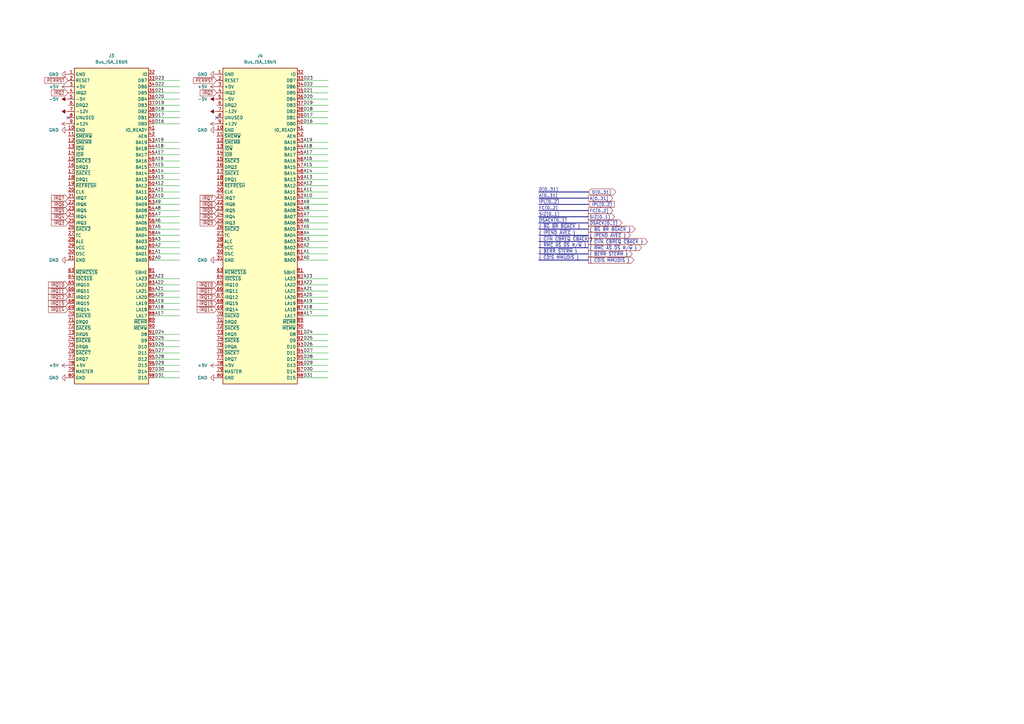
<source format=kicad_sch>
(kicad_sch (version 20230121) (generator eeschema)
  (paper "A3")
  (lib_symbols
    (symbol "Connector:Bus_ISA_16bit"
      (property "Reference" "J" (at 0 67.945 0))
      (property "Value" "Bus_ISA_16bit" (at 0 -65.405 0))
      (symbol "Bus_ISA_16bit_0_1"
        (rectangle (start -15.24 -63.5) (end 15.24 66.04) (stroke (width 0.254)) (fill (type background)))
      )
      (symbol "Bus_ISA_16bit_1_1"
        (pin power_in line (at -17.78 63.5 0) (length 2.54) (name "GND") (number "1"))
        (pin power_in line (at -17.78 40.64 0) (length 2.54) (name "GND") (number "10"))
        (pin output line (at -17.78 38.1 0) (length 2.54) (name "~{SMEMW}") (number "11"))
        (pin output line (at -17.78 35.56 0) (length 2.54) (name "~{SMEMR}") (number "12"))
        (pin output line (at -17.78 33.02 0) (length 2.54) (name "~{IOW}") (number "13"))
        (pin output line (at -17.78 30.48 0) (length 2.54) (name "~{IOR}") (number "14"))
        (pin passive line (at -17.78 27.94 0) (length 2.54) (name "~{DACK3}") (number "15"))
        (pin passive line (at -17.78 25.4 0) (length 2.54) (name "DRQ3") (number "16"))
        (pin passive line (at -17.78 22.86 0) (length 2.54) (name "~{DACK1}") (number "17"))
        (pin passive line (at -17.78 20.32 0) (length 2.54) (name "DRQ1") (number "18"))
        (pin passive line (at -17.78 17.78 0) (length 2.54) (name "~{REFRESH}") (number "19"))
        (pin output line (at -17.78 60.96 0) (length 2.54) (name "RESET") (number "2"))
        (pin output line (at -17.78 15.24 0) (length 2.54) (name "CLK") (number "20"))
        (pin passive line (at -17.78 12.7 0) (length 2.54) (name "IRQ7") (number "21"))
        (pin passive line (at -17.78 10.16 0) (length 2.54) (name "IRQ6") (number "22"))
        (pin passive line (at -17.78 7.62 0) (length 2.54) (name "IRQ5") (number "23"))
        (pin passive line (at -17.78 5.08 0) (length 2.54) (name "IRQ4") (number "24"))
        (pin passive line (at -17.78 2.54 0) (length 2.54) (name "IRQ3") (number "25"))
        (pin passive line (at -17.78 0 0) (length 2.54) (name "~{DACK2}") (number "26"))
        (pin passive line (at -17.78 -2.54 0) (length 2.54) (name "TC") (number "27"))
        (pin output line (at -17.78 -5.08 0) (length 2.54) (name "ALE") (number "28"))
        (pin power_in line (at -17.78 -7.62 0) (length 2.54) (name "VCC") (number "29"))
        (pin power_in line (at -17.78 58.42 0) (length 2.54) (name "+5V") (number "3"))
        (pin output line (at -17.78 -10.16 0) (length 2.54) (name "OSC") (number "30"))
        (pin power_in line (at -17.78 -12.7 0) (length 2.54) (name "GND") (number "31"))
        (pin passive line (at 17.78 63.5 180) (length 2.54) (name "IO") (number "32"))
        (pin tri_state line (at 17.78 60.96 180) (length 2.54) (name "DB7") (number "33"))
        (pin tri_state line (at 17.78 58.42 180) (length 2.54) (name "DB6") (number "34"))
        (pin tri_state line (at 17.78 55.88 180) (length 2.54) (name "DB5") (number "35"))
        (pin tri_state line (at 17.78 53.34 180) (length 2.54) (name "DB4") (number "36"))
        (pin tri_state line (at 17.78 50.8 180) (length 2.54) (name "DB3") (number "37"))
        (pin tri_state line (at 17.78 48.26 180) (length 2.54) (name "DB2") (number "38"))
        (pin tri_state line (at 17.78 45.72 180) (length 2.54) (name "DB1") (number "39"))
        (pin passive line (at -17.78 55.88 0) (length 2.54) (name "IRQ2") (number "4"))
        (pin tri_state line (at 17.78 43.18 180) (length 2.54) (name "DB0") (number "40"))
        (pin passive line (at 17.78 40.64 180) (length 2.54) (name "IO_READY") (number "41"))
        (pin output line (at 17.78 38.1 180) (length 2.54) (name "AEN") (number "42"))
        (pin tri_state line (at 17.78 35.56 180) (length 2.54) (name "BA19") (number "43"))
        (pin tri_state line (at 17.78 33.02 180) (length 2.54) (name "BA18") (number "44"))
        (pin tri_state line (at 17.78 30.48 180) (length 2.54) (name "BA17") (number "45"))
        (pin tri_state line (at 17.78 27.94 180) (length 2.54) (name "BA16") (number "46"))
        (pin tri_state line (at 17.78 25.4 180) (length 2.54) (name "BA15") (number "47"))
        (pin tri_state line (at 17.78 22.86 180) (length 2.54) (name "BA14") (number "48"))
        (pin tri_state line (at 17.78 20.32 180) (length 2.54) (name "BA13") (number "49"))
        (pin power_in line (at -17.78 53.34 0) (length 2.54) (name "-5V") (number "5"))
        (pin tri_state line (at 17.78 17.78 180) (length 2.54) (name "BA12") (number "50"))
        (pin tri_state line (at 17.78 15.24 180) (length 2.54) (name "BA11") (number "51"))
        (pin tri_state line (at 17.78 12.7 180) (length 2.54) (name "BA10") (number "52"))
        (pin tri_state line (at 17.78 10.16 180) (length 2.54) (name "BA09") (number "53"))
        (pin tri_state line (at 17.78 7.62 180) (length 2.54) (name "BA08") (number "54"))
        (pin tri_state line (at 17.78 5.08 180) (length 2.54) (name "BA07") (number "55"))
        (pin tri_state line (at 17.78 2.54 180) (length 2.54) (name "BA06") (number "56"))
        (pin tri_state line (at 17.78 0 180) (length 2.54) (name "BA05") (number "57"))
        (pin tri_state line (at 17.78 -2.54 180) (length 2.54) (name "BA04") (number "58"))
        (pin tri_state line (at 17.78 -5.08 180) (length 2.54) (name "BA03") (number "59"))
        (pin passive line (at -17.78 50.8 0) (length 2.54) (name "DRQ2") (number "6"))
        (pin tri_state line (at 17.78 -7.62 180) (length 2.54) (name "BA02") (number "60"))
        (pin tri_state line (at 17.78 -10.16 180) (length 2.54) (name "BA01") (number "61"))
        (pin tri_state line (at 17.78 -12.7 180) (length 2.54) (name "BA00") (number "62"))
        (pin passive line (at -17.78 -17.78 0) (length 2.54) (name "~{MEMCS16}") (number "63"))
        (pin passive line (at -17.78 -20.32 0) (length 2.54) (name "~{IOCS16}") (number "64"))
        (pin passive line (at -17.78 -22.86 0) (length 2.54) (name "IRQ10") (number "65"))
        (pin passive line (at -17.78 -25.4 0) (length 2.54) (name "IRQ11") (number "66"))
        (pin passive line (at -17.78 -27.94 0) (length 2.54) (name "IRQ12") (number "67"))
        (pin passive line (at -17.78 -30.48 0) (length 2.54) (name "IRQ15") (number "68"))
        (pin passive line (at -17.78 -33.02 0) (length 2.54) (name "IRQ14") (number "69"))
        (pin power_in line (at -17.78 48.26 0) (length 2.54) (name "-12V") (number "7"))
        (pin output line (at -17.78 -35.56 0) (length 2.54) (name "~{DACK0}") (number "70"))
        (pin passive line (at -17.78 -38.1 0) (length 2.54) (name "DRQ0") (number "71"))
        (pin output line (at -17.78 -40.64 0) (length 2.54) (name "~{DACK5}") (number "72"))
        (pin passive line (at -17.78 -43.18 0) (length 2.54) (name "DRQ5") (number "73"))
        (pin output line (at -17.78 -45.72 0) (length 2.54) (name "~{DACK6}") (number "74"))
        (pin passive line (at -17.78 -48.26 0) (length 2.54) (name "DRQ6") (number "75"))
        (pin output line (at -17.78 -50.8 0) (length 2.54) (name "~{DACK7}") (number "76"))
        (pin passive line (at -17.78 -53.34 0) (length 2.54) (name "DRQ7") (number "77"))
        (pin power_in line (at -17.78 -55.88 0) (length 2.54) (name "+5V") (number "78"))
        (pin passive line (at -17.78 -58.42 0) (length 2.54) (name "MASTER") (number "79"))
        (pin passive line (at -17.78 45.72 0) (length 2.54) (name "UNUSED") (number "8"))
        (pin power_in line (at -17.78 -60.96 0) (length 2.54) (name "GND") (number "80"))
        (pin passive line (at 17.78 -17.78 180) (length 2.54) (name "SBHE") (number "81"))
        (pin passive line (at 17.78 -20.32 180) (length 2.54) (name "LA23") (number "82"))
        (pin passive line (at 17.78 -22.86 180) (length 2.54) (name "LA22") (number "83"))
        (pin passive line (at 17.78 -25.4 180) (length 2.54) (name "LA21") (number "84"))
        (pin passive line (at 17.78 -27.94 180) (length 2.54) (name "LA20") (number "85"))
        (pin passive line (at 17.78 -30.48 180) (length 2.54) (name "LA19") (number "86"))
        (pin passive line (at 17.78 -33.02 180) (length 2.54) (name "LA18") (number "87"))
        (pin passive line (at 17.78 -35.56 180) (length 2.54) (name "LA17") (number "88"))
        (pin output line (at 17.78 -38.1 180) (length 2.54) (name "~{MEMR}") (number "89"))
        (pin power_in line (at -17.78 43.18 0) (length 2.54) (name "+12V") (number "9"))
        (pin output line (at 17.78 -40.64 180) (length 2.54) (name "~{MEMW}") (number "90"))
        (pin tri_state line (at 17.78 -43.18 180) (length 2.54) (name "D8") (number "91"))
        (pin tri_state line (at 17.78 -45.72 180) (length 2.54) (name "D9") (number "92"))
        (pin tri_state line (at 17.78 -48.26 180) (length 2.54) (name "D10") (number "93"))
        (pin tri_state line (at 17.78 -50.8 180) (length 2.54) (name "D11") (number "94"))
        (pin tri_state line (at 17.78 -53.34 180) (length 2.54) (name "D12") (number "95"))
        (pin tri_state line (at 17.78 -55.88 180) (length 2.54) (name "D13") (number "96"))
        (pin tri_state line (at 17.78 -58.42 180) (length 2.54) (name "D14") (number "97"))
        (pin tri_state line (at 17.78 -60.96 180) (length 2.54) (name "D15") (number "98"))
      )
    )
    (symbol "power:+12V" (power) (pin_names (offset 0))
      (property "Value" "+12V" (at 0 3.556 0))
      (symbol "+12V_0_1"
        (polyline (pts (xy -0.762 1.27) (xy 0 2.54)))
        (polyline (pts (xy 0 0) (xy 0 2.54)))
        (polyline (pts (xy 0 2.54) (xy 0.762 1.27)))
      )
      (symbol "+12V_1_1"
        (pin power_in line (at 0 0 90) (length 0) hide (name "+12V") (number "1"))
      )
    )
    (symbol "power:+5V" (power) (pin_names (offset 0))
      (property "Value" "+5V" (at 0 3.556 0))
      (symbol "+5V_0_1"
        (polyline (pts (xy -0.762 1.27) (xy 0 2.54)))
        (polyline (pts (xy 0 0) (xy 0 2.54)))
        (polyline (pts (xy 0 2.54) (xy 0.762 1.27)))
      )
      (symbol "+5V_1_1"
        (pin power_in line (at 0 0 90) (length 0) hide (name "+5V") (number "1"))
      )
    )
    (symbol "power:-12V" (power) (pin_names (offset 0))
      (property "Value" "-12V" (at 0 3.81 0))
      (symbol "-12V_0_0"
        (pin power_in line (at 0 0 90) (length 0) hide (name "-12V") (number "1"))
      )
      (symbol "-12V_0_1"
        (polyline (pts (xy 0 0) (xy 0 1.27) (xy 0.762 1.27) (xy 0 2.54) (xy -0.762 1.27) (xy 0 1.27)) (fill (type outline)))
      )
    )
    (symbol "power:-5V" (power) (pin_names (offset 0))
      (property "Value" "-5V" (at 0 3.81 0))
      (symbol "-5V_0_0"
        (pin power_in line (at 0 0 90) (length 0) hide (name "-5V") (number "1"))
      )
      (symbol "-5V_0_1"
        (polyline (pts (xy 0 0) (xy 0 1.27) (xy 0.762 1.27) (xy 0 2.54) (xy -0.762 1.27) (xy 0 1.27)) (fill (type outline)))
      )
    )
    (symbol "power:GND" (power) (pin_names (offset 0))
      (property "Value" "GND" (at 0 -3.81 0))
      (symbol "GND_0_1"
        (polyline (pts (xy 0 0) (xy 0 -1.27) (xy 1.27 -1.27) (xy 0 -2.54) (xy -1.27 -1.27) (xy 0 -1.27)))
      )
      (symbol "GND_1_1"
        (pin power_in line (at 0 0 270) (length 0) hide (name "GND") (number "1"))
      )
    )
  )
  (no_connect (at 27.94 48.26))
  (no_connect (at 88.9 48.26))
  (bus (pts (xy 220.98 101.6) (xy 241.3 101.6)))
  (wire (pts (xy 73.66 104.14) (xy 63.5 104.14)))
  (wire (pts (xy 134.62 86.36) (xy 124.46 86.36)))
  (wire (pts (xy 73.66 58.42) (xy 63.5 58.42)))
  (wire (pts (xy 134.62 35.56) (xy 124.46 35.56)))
  (wire (pts (xy 134.62 50.8) (xy 124.46 50.8)))
  (wire (pts (xy 134.62 99.06) (xy 124.46 99.06)))
  (wire (pts (xy 134.62 121.92) (xy 124.46 121.92)))
  (wire (pts (xy 134.62 114.3) (xy 124.46 114.3)))
  (wire (pts (xy 73.66 116.84) (xy 63.5 116.84)))
  (wire (pts (xy 134.62 58.42) (xy 124.46 58.42)))
  (wire (pts (xy 73.66 83.82) (xy 63.5 83.82)))
  (wire (pts (xy 134.62 88.9) (xy 124.46 88.9)))
  (wire (pts (xy 73.66 124.46) (xy 63.5 124.46)))
  (wire (pts (xy 134.62 68.58) (xy 124.46 68.58)))
  (wire (pts (xy 73.66 66.04) (xy 63.5 66.04)))
  (bus (pts (xy 220.98 86.36) (xy 241.3 86.36)))
  (wire (pts (xy 134.62 48.26) (xy 124.46 48.26)))
  (wire (pts (xy 134.62 147.32) (xy 124.46 147.32)))
  (bus (pts (xy 220.98 78.74) (xy 241.3 78.74)))
  (wire (pts (xy 73.66 60.96) (xy 63.5 60.96)))
  (wire (pts (xy 134.62 152.4) (xy 124.46 152.4)))
  (wire (pts (xy 73.66 106.68) (xy 63.5 106.68)))
  (wire (pts (xy 134.62 129.54) (xy 124.46 129.54)))
  (wire (pts (xy 73.66 48.26) (xy 63.5 48.26)))
  (wire (pts (xy 73.66 81.28) (xy 63.5 81.28)))
  (wire (pts (xy 73.66 142.24) (xy 63.5 142.24)))
  (wire (pts (xy 73.66 96.52) (xy 63.5 96.52)))
  (wire (pts (xy 73.66 101.6) (xy 63.5 101.6)))
  (wire (pts (xy 73.66 119.38) (xy 63.5 119.38)))
  (bus (pts (xy 220.98 93.98) (xy 241.3 93.98)))
  (wire (pts (xy 73.66 154.94) (xy 63.5 154.94)))
  (wire (pts (xy 73.66 114.3) (xy 63.5 114.3)))
  (wire (pts (xy 73.66 45.72) (xy 63.5 45.72)))
  (bus (pts (xy 220.98 81.28) (xy 241.3 81.28)))
  (wire (pts (xy 73.66 43.18) (xy 63.5 43.18)))
  (wire (pts (xy 134.62 93.98) (xy 124.46 93.98)))
  (bus (pts (xy 220.98 99.06) (xy 241.3 99.06)))
  (wire (pts (xy 73.66 121.92) (xy 63.5 121.92)))
  (wire (pts (xy 134.62 119.38) (xy 124.46 119.38)))
  (wire (pts (xy 134.62 43.18) (xy 124.46 43.18)))
  (wire (pts (xy 73.66 139.7) (xy 63.5 139.7)))
  (wire (pts (xy 134.62 116.84) (xy 124.46 116.84)))
  (wire (pts (xy 134.62 144.78) (xy 124.46 144.78)))
  (wire (pts (xy 73.66 38.1) (xy 63.5 38.1)))
  (wire (pts (xy 73.66 137.16) (xy 63.5 137.16)))
  (wire (pts (xy 134.62 104.14) (xy 124.46 104.14)))
  (wire (pts (xy 134.62 66.04) (xy 124.46 66.04)))
  (wire (pts (xy 73.66 86.36) (xy 63.5 86.36)))
  (wire (pts (xy 134.62 149.86) (xy 124.46 149.86)))
  (wire (pts (xy 73.66 152.4) (xy 63.5 152.4)))
  (wire (pts (xy 73.66 63.5) (xy 63.5 63.5)))
  (wire (pts (xy 134.62 76.2) (xy 124.46 76.2)))
  (wire (pts (xy 73.66 78.74) (xy 63.5 78.74)))
  (wire (pts (xy 73.66 99.06) (xy 63.5 99.06)))
  (wire (pts (xy 134.62 40.64) (xy 124.46 40.64)))
  (bus (pts (xy 220.98 96.52) (xy 241.3 96.52)))
  (bus (pts (xy 220.98 104.14) (xy 241.3 104.14)))
  (wire (pts (xy 73.66 127) (xy 63.5 127)))
  (wire (pts (xy 134.62 83.82) (xy 124.46 83.82)))
  (wire (pts (xy 134.62 81.28) (xy 124.46 81.28)))
  (wire (pts (xy 134.62 154.94) (xy 124.46 154.94)))
  (wire (pts (xy 73.66 76.2) (xy 63.5 76.2)))
  (wire (pts (xy 134.62 142.24) (xy 124.46 142.24)))
  (bus (pts (xy 220.98 106.68) (xy 241.3 106.68)))
  (wire (pts (xy 134.62 124.46) (xy 124.46 124.46)))
  (wire (pts (xy 134.62 106.68) (xy 124.46 106.68)))
  (wire (pts (xy 134.62 96.52) (xy 124.46 96.52)))
  (bus (pts (xy 220.98 91.44) (xy 241.3 91.44)))
  (wire (pts (xy 73.66 144.78) (xy 63.5 144.78)))
  (wire (pts (xy 134.62 45.72) (xy 124.46 45.72)))
  (wire (pts (xy 134.62 60.96) (xy 124.46 60.96)))
  (wire (pts (xy 73.66 88.9) (xy 63.5 88.9)))
  (wire (pts (xy 134.62 38.1) (xy 124.46 38.1)))
  (wire (pts (xy 73.66 35.56) (xy 63.5 35.56)))
  (wire (pts (xy 73.66 33.02) (xy 63.5 33.02)))
  (wire (pts (xy 73.66 71.12) (xy 63.5 71.12)))
  (bus (pts (xy 220.98 83.82) (xy 241.3 83.82)))
  (wire (pts (xy 134.62 101.6) (xy 124.46 101.6)))
  (wire (pts (xy 73.66 68.58) (xy 63.5 68.58)))
  (wire (pts (xy 134.62 73.66) (xy 124.46 73.66)))
  (wire (pts (xy 134.62 63.5) (xy 124.46 63.5)))
  (wire (pts (xy 134.62 33.02) (xy 124.46 33.02)))
  (wire (pts (xy 73.66 93.98) (xy 63.5 93.98)))
  (wire (pts (xy 134.62 137.16) (xy 124.46 137.16)))
  (wire (pts (xy 134.62 127) (xy 124.46 127)))
  (wire (pts (xy 134.62 71.12) (xy 124.46 71.12)))
  (bus (pts (xy 220.98 88.9) (xy 241.3 88.9)))
  (wire (pts (xy 73.66 147.32) (xy 63.5 147.32)))
  (wire (pts (xy 73.66 73.66) (xy 63.5 73.66)))
  (wire (pts (xy 134.62 91.44) (xy 124.46 91.44)))
  (wire (pts (xy 73.66 91.44) (xy 63.5 91.44)))
  (wire (pts (xy 73.66 40.64) (xy 63.5 40.64)))
  (wire (pts (xy 134.62 78.74) (xy 124.46 78.74)))
  (wire (pts (xy 73.66 129.54) (xy 63.5 129.54)))
  (wire (pts (xy 73.66 149.86) (xy 63.5 149.86)))
  (wire (pts (xy 73.66 50.8) (xy 63.5 50.8)))
  (wire (pts (xy 134.62 139.7) (xy 124.46 139.7)))
  (label "A23" (at 63.5 114.3 0))
  (label "A0" (at 124.46 106.68 0))
  (label "D20" (at 63.5 40.64 0))
  (label "A3" (at 124.46 99.06 0))
  (label "D27" (at 124.46 144.78 0))
  (label "A7" (at 63.5 88.9 0))
  (label "A2" (at 124.46 101.6 0))
  (label "D18" (at 124.46 45.72 0))
  (label "A3" (at 63.5 99.06 0))
  (label "A5" (at 124.46 93.98 0))
  (label "D23" (at 124.46 33.02 0))
  (label "{ ~{CIIN} ~{CBREQ} ~{CBACK} }" (at 220.98 99.06 0))
  (label "A16" (at 124.46 66.04 0))
  (label "A18" (at 63.5 127 0))
  (label "D28" (at 124.46 147.32 0))
  (label "D21" (at 63.5 38.1 0))
  (label "D19" (at 63.5 43.18 0))
  (label "A4" (at 63.5 96.52 0))
  (label "D21" (at 124.46 38.1 0))
  (label "A[0..31]" (at 220.98 81.28 0))
  (label "D23" (at 63.5 33.02 0))
  (label "A17" (at 63.5 63.5 0))
  (label "SIZ[0..1]" (at 220.98 88.9 0))
  (label "{ ~{BERR} ~{STERM} }" (at 220.98 104.14 0))
  (label "D16" (at 124.46 50.8 0))
  (label "D28" (at 63.5 147.32 0))
  (label "D16" (at 63.5 50.8 0))
  (label "{ ~{BG} ~{BR} ~{BGACK} }" (at 220.98 93.98 0))
  (label "A9" (at 124.46 83.82 0))
  (label "A15" (at 124.46 68.58 0))
  (label "A12" (at 124.46 76.2 0))
  (label "D[0..31]" (at 220.98 78.74 0))
  (label "D20" (at 124.46 40.64 0))
  (label "A17" (at 63.5 129.54 0))
  (label "A19" (at 63.5 58.42 0))
  (label "A20" (at 124.46 121.92 0))
  (label "A15" (at 63.5 68.58 0))
  (label "{ ~{RMC} ~{AS} ~{DS} R{slash}~{W} }" (at 220.98 101.6 0))
  (label "{ ~{IPEND} ~{AVEC} }" (at 220.98 96.52 0))
  (label "A19" (at 63.5 124.46 0))
  (label "A6" (at 124.46 91.44 0))
  (label "A4" (at 124.46 96.52 0))
  (label "A13" (at 63.5 73.66 0))
  (label "A11" (at 63.5 78.74 0))
  (label "D24" (at 124.46 137.16 0))
  (label "A19" (at 124.46 58.42 0))
  (label "A6" (at 63.5 91.44 0))
  (label "~{DSACK[0..1]}" (at 220.98 91.44 0))
  (label "D17" (at 124.46 48.26 0))
  (label "D17" (at 63.5 48.26 0))
  (label "A13" (at 124.46 73.66 0))
  (label "A7" (at 124.46 88.9 0))
  (label "A2" (at 63.5 101.6 0))
  (label "D22" (at 63.5 35.56 0))
  (label "D25" (at 124.46 139.7 0))
  (label "A8" (at 63.5 86.36 0))
  (label "A8" (at 124.46 86.36 0))
  (label "D24" (at 63.5 137.16 0))
  (label "A20" (at 63.5 121.92 0))
  (label "A22" (at 124.46 116.84 0))
  (label "A1" (at 124.46 104.14 0))
  (label "A16" (at 63.5 66.04 0))
  (label "D27" (at 63.5 144.78 0))
  (label "D30" (at 124.46 152.4 0))
  (label "A18" (at 124.46 127 0))
  (label "A14" (at 63.5 71.12 0))
  (label "A1" (at 63.5 104.14 0))
  (label "A11" (at 124.46 78.74 0))
  (label "A0" (at 63.5 106.68 0))
  (label "A21" (at 124.46 119.38 0))
  (label "A23" (at 124.46 114.3 0))
  (label "D26" (at 63.5 142.24 0))
  (label "A5" (at 63.5 93.98 0))
  (label "D18" (at 63.5 45.72 0))
  (label "A19" (at 124.46 124.46 0))
  (label "A14" (at 124.46 71.12 0))
  (label "D26" (at 124.46 142.24 0))
  (label "D19" (at 124.46 43.18 0))
  (label "D31" (at 124.46 154.94 0))
  (label "D25" (at 63.5 139.7 0))
  (label "A9" (at 63.5 83.82 0))
  (label "A22" (at 63.5 116.84 0))
  (label "A21" (at 63.5 119.38 0))
  (label "A17" (at 124.46 63.5 0))
  (label "A18" (at 124.46 60.96 0))
  (label "D29" (at 124.46 149.86 0))
  (label "D31" (at 63.5 154.94 0))
  (label "D30" (at 63.5 152.4 0))
  (label "A10" (at 63.5 81.28 0))
  (label "A12" (at 63.5 76.2 0))
  (label "D22" (at 124.46 35.56 0))
  (label "~{IPL[0..2]}" (at 220.98 83.82 0))
  (label "A17" (at 124.46 129.54 0))
  (label "D29" (at 63.5 149.86 0))
  (label "{ ~{CDIS} ~{MMUDIS} }" (at 220.98 106.68 0))
  (label "A10" (at 124.46 81.28 0))
  (label "FC[0..2]" (at 220.98 86.36 0))
  (label "A18" (at 63.5 60.96 0))
  (global_label "~{IRQ10}" (shape input) (at 88.9 116.84 180) (property "Intersheetrefs" "${INTERSHEET_REFS}" (effects hide)))
  (global_label "~{IRQ7}" (shape input) (at 88.9 81.28 180) (property "Intersheetrefs" "${INTERSHEET_REFS}" (effects hide)))
  (global_label "~{DSACK[0..1]}" (shape output) (at 241.3 91.44 0) (property "Intersheetrefs" "${INTERSHEET_REFS}" (effects hide)))
  (global_label "~{IRQ4}" (shape input) (at 88.9 88.9 180) (property "Intersheetrefs" "${INTERSHEET_REFS}" (effects hide)))
  (global_label "~{IRQ6}" (shape input) (at 27.94 83.82 180) (property "Intersheetrefs" "${INTERSHEET_REFS}" (effects hide)))
  (global_label "~{IPL[0..2]}" (shape input) (at 241.3 83.82 0) (property "Intersheetrefs" "${INTERSHEET_REFS}" (effects hide)))
  (global_label "~{IRQ11}" (shape input) (at 27.94 119.38 180) (property "Intersheetrefs" "${INTERSHEET_REFS}" (effects hide)))
  (global_label "SIZ[0..1]" (shape output) (at 241.3 88.9 0) (property "Intersheetrefs" "${INTERSHEET_REFS}" (effects hide)))
  (global_label "~{IRQ4}" (shape input) (at 27.94 88.9 180) (property "Intersheetrefs" "${INTERSHEET_REFS}" (effects hide)))
  (global_label "~{IRQ2}" (shape input) (at 88.9 38.1 180) (property "Intersheetrefs" "${INTERSHEET_REFS}" (effects hide)))
  (global_label "A[0..31]" (shape output) (at 241.3 81.28 0) (property "Intersheetrefs" "${INTERSHEET_REFS}" (effects hide)))
  (global_label "~{IRQ5}" (shape input) (at 88.9 86.36 180) (property "Intersheetrefs" "${INTERSHEET_REFS}" (effects hide)))
  (global_label "~{IRQ3}" (shape input) (at 88.9 91.44 180) (property "Intersheetrefs" "${INTERSHEET_REFS}" (effects hide)))
  (global_label "~{IRQ14}" (shape input) (at 88.9 127 180) (property "Intersheetrefs" "${INTERSHEET_REFS}" (effects hide)))
  (global_label "FC[0..2]" (shape output) (at 241.3 86.36 0) (property "Intersheetrefs" "${INTERSHEET_REFS}" (effects hide)))
  (global_label "{ ~{IPEND} ~{AVEC} }" (shape output) (at 241.3 96.52 0) (property "Intersheetrefs" "${INTERSHEET_REFS}" (effects hide)))
  (global_label "~{IRQ6}" (shape input) (at 88.9 83.82 180) (property "Intersheetrefs" "${INTERSHEET_REFS}" (effects hide)))
  (global_label "~{IRQ7}" (shape input) (at 27.94 81.28 180) (property "Intersheetrefs" "${INTERSHEET_REFS}" (effects hide)))
  (global_label "{ ~{RMC} ~{AS} ~{DS} R{slash}~{W} }" (shape output) (at 241.3 101.6 0) (property "Intersheetrefs" "${INTERSHEET_REFS}" (effects hide)))
  (global_label "{ ~{CDIS} ~{MMUDIS} }" (shape output) (at 241.3 106.68 0) (property "Intersheetrefs" "${INTERSHEET_REFS}" (effects hide)))
  (global_label "~{IRQ14}" (shape input) (at 27.94 127 180) (property "Intersheetrefs" "${INTERSHEET_REFS}" (effects hide)))
  (global_label "~{IRQ3}" (shape input) (at 27.94 91.44 180) (property "Intersheetrefs" "${INTERSHEET_REFS}" (effects hide)))
  (global_label "~{IRQ15}" (shape input) (at 88.9 124.46 180) (property "Intersheetrefs" "${INTERSHEET_REFS}" (effects hide)))
  (global_label "D[0..31]" (shape bidirectional) (at 241.3 78.74 0) (property "Intersheetrefs" "${INTERSHEET_REFS}" (effects hide)))
  (global_label "~{IRQ12}" (shape input) (at 88.9 121.92 180) (property "Intersheetrefs" "${INTERSHEET_REFS}" (effects hide)))
  (global_label "~{IRQ5}" (shape input) (at 27.94 86.36 180) (property "Intersheetrefs" "${INTERSHEET_REFS}" (effects hide)))
  (global_label "~{IRQ12}" (shape input) (at 27.94 121.92 180) (property "Intersheetrefs" "${INTERSHEET_REFS}" (effects hide)))
  (global_label "~{PERRST}" (shape input) (at 88.9 33.02 180) (property "Intersheetrefs" "${INTERSHEET_REFS}" (effects hide)))
  (global_label "~{IRQ15}" (shape input) (at 27.94 124.46 180) (property "Intersheetrefs" "${INTERSHEET_REFS}" (effects hide)))
  (global_label "{ ~{BG} ~{BR} ~{BGACK} }" (shape output) (at 241.3 93.98 0) (property "Intersheetrefs" "${INTERSHEET_REFS}" (effects hide)))
  (global_label "~{PERRST}" (shape input) (at 27.94 33.02 180) (property "Intersheetrefs" "${INTERSHEET_REFS}" (effects hide)))
  (global_label "{ ~{CIIN} ~{CBREQ} ~{CBACK} }" (shape output) (at 241.3 99.06 0) (property "Intersheetrefs" "${INTERSHEET_REFS}" (effects hide)))
  (global_label "~{IRQ10}" (shape input) (at 27.94 116.84 180) (property "Intersheetrefs" "${INTERSHEET_REFS}" (effects hide)))
  (global_label "{ ~{BERR} ~{STERM} }" (shape output) (at 241.3 104.14 0) (property "Intersheetrefs" "${INTERSHEET_REFS}" (effects hide)))
  (global_label "~{IRQ11}" (shape input) (at 88.9 119.38 180) (property "Intersheetrefs" "${INTERSHEET_REFS}" (effects hide)))
  (global_label "~{IRQ2}" (shape input) (at 27.94 38.1 180) (property "Intersheetrefs" "${INTERSHEET_REFS}" (effects hide)))
  (symbol (lib_id "power:+5V") (at 27.94 149.86 90) (unit 1)
    (property "Reference" "#PWR0133" (effects hide))
    (property "Value" "+5V" (at 24.13 149.86 90) (effects (justify left)))
    (instances (project "m68k-hbc" (path "" (reference "#PWR0133") (unit 1)) (path "" (reference "#PWR059") (unit 1))))
  )
  (symbol (lib_id "Connector:Bus_ISA_16bit") (at 45.72 93.98 0) (unit 1)
    (property "Reference" "J3" (at 45.72 22.86 0))
    (property "Value" "Bus_ISA_16bit" (at 45.72 25.4 0))
    (property "Footprint" "Sockets:ISA_16bit" (effects hide))
    (property "Datasheet" "https://en.wikipedia.org/wiki/Industry_Standard_Architecture" (effects hide))
    (instances (project "m68k-hbc" (path "" (reference "J3") (unit 1)) (path "" (reference "J7") (unit 1))))
  )
  (symbol (lib_id "power:GND") (at 27.94 30.48 270) (unit 1)
    (property "Reference" "#PWR0129" (effects hide))
    (property "Value" "GND" (at 24.13 30.48 90) (effects (justify right)))
    (instances (project "m68k-hbc" (path "" (reference "#PWR0129") (unit 1)) (path "" (reference "#PWR045") (unit 1))))
  )
  (symbol (lib_id "power:GND") (at 88.9 53.34 270) (unit 1)
    (property "Reference" "#PWR0139" (effects hide))
    (property "Value" "GND" (at 85.09 53.34 90) (effects (justify right)))
    (instances (project "m68k-hbc" (path "" (reference "#PWR0139") (unit 1)) (path "" (reference "#PWR056") (unit 1))))
  )
  (symbol (lib_id "power:+12V") (at 88.9 50.8 90) (unit 1)
    (property "Reference" "#PWR0138" (effects hide))
    (property "Value" "+12V" (effects hide))
    (instances (project "m68k-hbc" (path "" (reference "#PWR0138") (unit 1)) (path "" (reference "#PWR054") (unit 1))))
  )
  (symbol (lib_id "power:-12V") (at 88.9 45.72 90) (unit 1)
    (property "Reference" "#PWR0137" (effects hide))
    (property "Value" "-12V" (effects hide))
    (instances (project "m68k-hbc" (path "" (reference "#PWR0137") (unit 1)) (path "" (reference "#PWR052") (unit 1))))
  )
  (symbol (lib_id "Connector:Bus_ISA_16bit") (at 106.68 93.98 0) (unit 1)
    (property "Reference" "J4" (at 106.68 22.86 0))
    (property "Value" "Bus_ISA_16bit" (at 106.68 25.4 0))
    (property "Footprint" "Sockets:ISA_16bit" (effects hide))
    (property "Datasheet" "https://en.wikipedia.org/wiki/Industry_Standard_Architecture" (effects hide))
    (instances (project "m68k-hbc" (path "" (reference "J4") (unit 1)) (path "" (reference "J8") (unit 1))))
  )
  (symbol (lib_id "power:GND") (at 27.94 106.68 270) (unit 1)
    (property "Reference" "#PWR0130" (effects hide))
    (property "Value" "GND" (at 24.13 106.68 90) (effects (justify right)))
    (instances (project "m68k-hbc" (path "" (reference "#PWR0130") (unit 1)) (path "" (reference "#PWR057") (unit 1))))
  )
  (symbol (lib_id "power:+5V") (at 88.9 149.86 90) (unit 1)
    (property "Reference" "#PWR0141" (effects hide))
    (property "Value" "+5V" (at 85.09 149.86 90) (effects (justify left)))
    (instances (project "m68k-hbc" (path "" (reference "#PWR0141") (unit 1)) (path "" (reference "#PWR060") (unit 1))))
  )
  (symbol (lib_id "power:+5V") (at 88.9 35.56 90) (unit 1)
    (property "Reference" "#PWR0135" (effects hide))
    (property "Value" "+5V" (at 85.09 35.56 90) (effects (justify left)))
    (instances (project "m68k-hbc" (path "" (reference "#PWR0135") (unit 1)) (path "" (reference "#PWR048") (unit 1))))
  )
  (symbol (lib_id "power:-5V") (at 27.94 40.64 90) (unit 1)
    (property "Reference" "#PWR0128" (effects hide))
    (property "Value" "-5V" (at 24.13 40.64 90) (effects (justify left)))
    (instances (project "m68k-hbc" (path "" (reference "#PWR0128") (unit 1)) (path "" (reference "#PWR049") (unit 1))))
  )
  (symbol (lib_id "power:GND") (at 88.9 154.94 270) (unit 1)
    (property "Reference" "#PWR0142" (effects hide))
    (property "Value" "GND" (at 85.09 154.94 90) (effects (justify right)))
    (instances (project "m68k-hbc" (path "" (reference "#PWR0142") (unit 1)) (path "" (reference "#PWR062") (unit 1))))
  )
  (symbol (lib_id "power:+5V") (at 27.94 35.56 90) (unit 1)
    (property "Reference" "#PWR0127" (effects hide))
    (property "Value" "+5V" (at 24.13 35.56 90) (effects (justify left)))
    (instances (project "m68k-hbc" (path "" (reference "#PWR0127") (unit 1)) (path "" (reference "#PWR047") (unit 1))))
  )
  (symbol (lib_id "power:-12V") (at 27.94 45.72 90) (unit 1)
    (property "Reference" "#PWR0125" (effects hide))
    (property "Value" "-12V" (effects hide))
    (instances (project "m68k-hbc" (path "" (reference "#PWR0125") (unit 1)) (path "" (reference "#PWR051") (unit 1))))
  )
  (symbol (lib_id "power:-5V") (at 88.9 40.64 90) (unit 1)
    (property "Reference" "#PWR0136" (effects hide))
    (property "Value" "-5V" (at 85.09 40.64 90) (effects (justify left)))
    (instances (project "m68k-hbc" (path "" (reference "#PWR0136") (unit 1)) (path "" (reference "#PWR050") (unit 1))))
  )
  (symbol (lib_id "power:+12V") (at 27.94 50.8 90) (unit 1)
    (property "Reference" "#PWR0126" (effects hide))
    (property "Value" "+12V" (effects hide))
    (instances (project "m68k-hbc" (path "" (reference "#PWR0126") (unit 1)) (path "" (reference "#PWR053") (unit 1))))
  )
  (symbol (lib_id "power:GND") (at 27.94 154.94 270) (unit 1)
    (property "Reference" "#PWR0132" (effects hide))
    (property "Value" "GND" (at 24.13 154.94 90) (effects (justify right)))
    (instances (project "m68k-hbc" (path "" (reference "#PWR0132") (unit 1)) (path "" (reference "#PWR061") (unit 1))))
  )
  (symbol (lib_id "power:GND") (at 88.9 30.48 270) (unit 1)
    (property "Reference" "#PWR0134" (effects hide))
    (property "Value" "GND" (at 85.09 30.48 90) (effects (justify right)))
    (instances (project "m68k-hbc" (path "" (reference "#PWR0134") (unit 1)) (path "" (reference "#PWR046") (unit 1))))
  )
  (symbol (lib_id "power:GND") (at 27.94 53.34 270) (unit 1)
    (property "Reference" "#PWR0131" (effects hide))
    (property "Value" "GND" (at 24.13 53.34 90) (effects (justify right)))
    (instances (project "m68k-hbc" (path "" (reference "#PWR0131") (unit 1)) (path "" (reference "#PWR055") (unit 1))))
  )
  (symbol (lib_id "power:GND") (at 88.9 106.68 270) (unit 1)
    (property "Reference" "#PWR0140" (effects hide))
    (property "Value" "GND" (at 85.09 106.68 90) (effects (justify right)))
    (instances (project "m68k-hbc" (path "" (reference "#PWR0140") (unit 1)) (path "" (reference "#PWR058") (unit 1))))
  )
)
</source>
